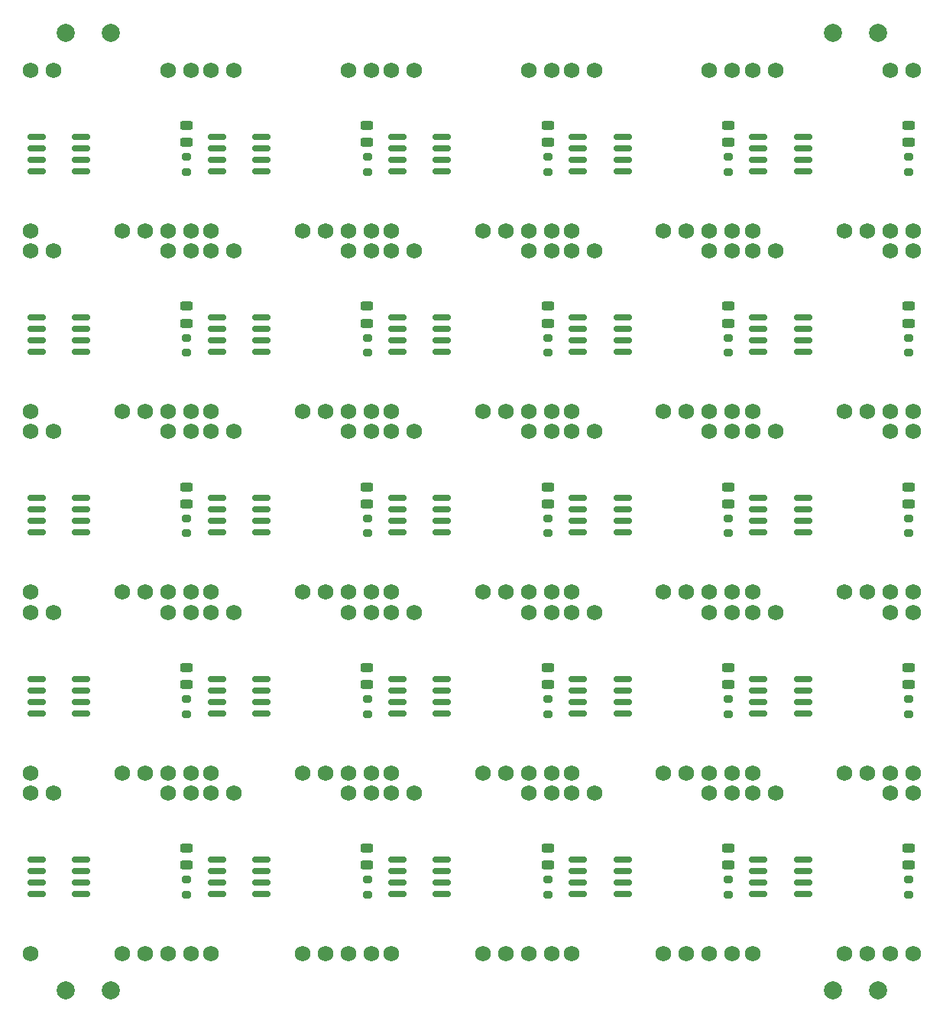
<source format=gbr>
%TF.GenerationSoftware,KiCad,Pcbnew,9.0.1*%
%TF.CreationDate,2025-08-07T10:54:26-06:00*%
%TF.ProjectId,bhc-panel,6268632d-7061-46e6-956c-2e6b69636164,rev?*%
%TF.SameCoordinates,PX5defda0PY9a7ec80*%
%TF.FileFunction,Soldermask,Top*%
%TF.FilePolarity,Negative*%
%FSLAX46Y46*%
G04 Gerber Fmt 4.6, Leading zero omitted, Abs format (unit mm)*
G04 Created by KiCad (PCBNEW 9.0.1) date 2025-08-07 10:54:26*
%MOMM*%
%LPD*%
G01*
G04 APERTURE LIST*
G04 Aperture macros list*
%AMRoundRect*
0 Rectangle with rounded corners*
0 $1 Rounding radius*
0 $2 $3 $4 $5 $6 $7 $8 $9 X,Y pos of 4 corners*
0 Add a 4 corners polygon primitive as box body*
4,1,4,$2,$3,$4,$5,$6,$7,$8,$9,$2,$3,0*
0 Add four circle primitives for the rounded corners*
1,1,$1+$1,$2,$3*
1,1,$1+$1,$4,$5*
1,1,$1+$1,$6,$7*
1,1,$1+$1,$8,$9*
0 Add four rect primitives between the rounded corners*
20,1,$1+$1,$2,$3,$4,$5,0*
20,1,$1+$1,$4,$5,$6,$7,0*
20,1,$1+$1,$6,$7,$8,$9,0*
20,1,$1+$1,$8,$9,$2,$3,0*%
G04 Aperture macros list end*
%ADD10RoundRect,0.200000X-0.275000X0.200000X-0.275000X-0.200000X0.275000X-0.200000X0.275000X0.200000X0*%
%ADD11RoundRect,0.243750X-0.456250X0.243750X-0.456250X-0.243750X0.456250X-0.243750X0.456250X0.243750X0*%
%ADD12RoundRect,0.150000X-0.825000X-0.150000X0.825000X-0.150000X0.825000X0.150000X-0.825000X0.150000X0*%
%ADD13C,1.750000*%
%ADD14C,2.000000*%
G04 APERTURE END LIST*
D10*
%TO.C,R1*%
X18445000Y16270000D03*
X18445000Y14620000D03*
%TD*%
D11*
%TO.C,D1*%
X58425000Y39760000D03*
X58425000Y37885000D03*
%TD*%
D10*
%TO.C,R1*%
X38445000Y76270000D03*
X38445000Y74620000D03*
%TD*%
D12*
%TO.C,U1*%
X21775000Y78525000D03*
X21775000Y77255000D03*
X21775000Y75985000D03*
X21775000Y74715000D03*
X26725000Y74715000D03*
X26725000Y75985000D03*
X26725000Y77255000D03*
X26725000Y78525000D03*
%TD*%
D10*
%TO.C,R1*%
X58445000Y56270000D03*
X58445000Y54620000D03*
%TD*%
%TO.C,R1*%
X18445000Y36270000D03*
X18445000Y34620000D03*
%TD*%
%TO.C,R1*%
X38445000Y96270000D03*
X38445000Y94620000D03*
%TD*%
%TO.C,R1*%
X98445000Y56270000D03*
X98445000Y54620000D03*
%TD*%
D13*
%TO.C,MB1*%
X1110000Y85890000D03*
X3650000Y85890000D03*
X16350000Y85890000D03*
X18890000Y85890000D03*
X1110000Y68110000D03*
X11270000Y68110000D03*
X13810000Y68110000D03*
X16350000Y68110000D03*
X18890000Y68110000D03*
%TD*%
D11*
%TO.C,D1*%
X18425000Y59760000D03*
X18425000Y57885000D03*
%TD*%
D10*
%TO.C,R1*%
X78445000Y96270000D03*
X78445000Y94620000D03*
%TD*%
D13*
%TO.C,MB1*%
X81110000Y65890000D03*
X83650000Y65890000D03*
X96350000Y65890000D03*
X98890000Y65890000D03*
X81110000Y48110000D03*
X91270000Y48110000D03*
X93810000Y48110000D03*
X96350000Y48110000D03*
X98890000Y48110000D03*
%TD*%
D11*
%TO.C,D1*%
X58425000Y79760000D03*
X58425000Y77885000D03*
%TD*%
%TO.C,D1*%
X98425000Y39760000D03*
X98425000Y37885000D03*
%TD*%
D10*
%TO.C,R1*%
X38445000Y16270000D03*
X38445000Y14620000D03*
%TD*%
D14*
%TO.C,KiKit_FID_T_3*%
X10000000Y4000000D03*
%TD*%
D12*
%TO.C,U1*%
X61775000Y18525000D03*
X61775000Y17255000D03*
X61775000Y15985000D03*
X61775000Y14715000D03*
X66725000Y14715000D03*
X66725000Y15985000D03*
X66725000Y17255000D03*
X66725000Y18525000D03*
%TD*%
D11*
%TO.C,D1*%
X98425000Y99760000D03*
X98425000Y97885000D03*
%TD*%
D13*
%TO.C,MB1*%
X21110000Y85890000D03*
X23650000Y85890000D03*
X36350000Y85890000D03*
X38890000Y85890000D03*
X21110000Y68110000D03*
X31270000Y68110000D03*
X33810000Y68110000D03*
X36350000Y68110000D03*
X38890000Y68110000D03*
%TD*%
D10*
%TO.C,R1*%
X98445000Y36270000D03*
X98445000Y34620000D03*
%TD*%
D12*
%TO.C,U1*%
X1775000Y58525000D03*
X1775000Y57255000D03*
X1775000Y55985000D03*
X1775000Y54715000D03*
X6725000Y54715000D03*
X6725000Y55985000D03*
X6725000Y57255000D03*
X6725000Y58525000D03*
%TD*%
%TO.C,U1*%
X41775000Y38525000D03*
X41775000Y37255000D03*
X41775000Y35985000D03*
X41775000Y34715000D03*
X46725000Y34715000D03*
X46725000Y35985000D03*
X46725000Y37255000D03*
X46725000Y38525000D03*
%TD*%
D10*
%TO.C,R1*%
X98445000Y76270000D03*
X98445000Y74620000D03*
%TD*%
D12*
%TO.C,U1*%
X81775000Y38525000D03*
X81775000Y37255000D03*
X81775000Y35985000D03*
X81775000Y34715000D03*
X86725000Y34715000D03*
X86725000Y35985000D03*
X86725000Y37255000D03*
X86725000Y38525000D03*
%TD*%
D11*
%TO.C,D1*%
X58425000Y59760000D03*
X58425000Y57885000D03*
%TD*%
D13*
%TO.C,MB1*%
X41110000Y85890000D03*
X43650000Y85890000D03*
X56350000Y85890000D03*
X58890000Y85890000D03*
X41110000Y68110000D03*
X51270000Y68110000D03*
X53810000Y68110000D03*
X56350000Y68110000D03*
X58890000Y68110000D03*
%TD*%
D10*
%TO.C,R1*%
X98445000Y96270000D03*
X98445000Y94620000D03*
%TD*%
D13*
%TO.C,MB1*%
X21110000Y65890000D03*
X23650000Y65890000D03*
X36350000Y65890000D03*
X38890000Y65890000D03*
X21110000Y48110000D03*
X31270000Y48110000D03*
X33810000Y48110000D03*
X36350000Y48110000D03*
X38890000Y48110000D03*
%TD*%
D12*
%TO.C,U1*%
X41775000Y18525000D03*
X41775000Y17255000D03*
X41775000Y15985000D03*
X41775000Y14715000D03*
X46725000Y14715000D03*
X46725000Y15985000D03*
X46725000Y17255000D03*
X46725000Y18525000D03*
%TD*%
D11*
%TO.C,D1*%
X98425000Y19760000D03*
X98425000Y17885000D03*
%TD*%
D10*
%TO.C,R1*%
X58445000Y16270000D03*
X58445000Y14620000D03*
%TD*%
%TO.C,R1*%
X78445000Y56270000D03*
X78445000Y54620000D03*
%TD*%
D14*
%TO.C,KiKit_TO_4*%
X95000000Y4000000D03*
%TD*%
D12*
%TO.C,U1*%
X81775000Y18525000D03*
X81775000Y17255000D03*
X81775000Y15985000D03*
X81775000Y14715000D03*
X86725000Y14715000D03*
X86725000Y15985000D03*
X86725000Y17255000D03*
X86725000Y18525000D03*
%TD*%
D13*
%TO.C,MB1*%
X81110000Y85890000D03*
X83650000Y85890000D03*
X96350000Y85890000D03*
X98890000Y85890000D03*
X81110000Y68110000D03*
X91270000Y68110000D03*
X93810000Y68110000D03*
X96350000Y68110000D03*
X98890000Y68110000D03*
%TD*%
D11*
%TO.C,D1*%
X78425000Y39760000D03*
X78425000Y37885000D03*
%TD*%
D14*
%TO.C,KiKit_FID_T_4*%
X90000000Y4000000D03*
%TD*%
D12*
%TO.C,U1*%
X21775000Y18525000D03*
X21775000Y17255000D03*
X21775000Y15985000D03*
X21775000Y14715000D03*
X26725000Y14715000D03*
X26725000Y15985000D03*
X26725000Y17255000D03*
X26725000Y18525000D03*
%TD*%
D13*
%TO.C,MB1*%
X61110000Y85890000D03*
X63650000Y85890000D03*
X76350000Y85890000D03*
X78890000Y85890000D03*
X61110000Y68110000D03*
X71270000Y68110000D03*
X73810000Y68110000D03*
X76350000Y68110000D03*
X78890000Y68110000D03*
%TD*%
D12*
%TO.C,U1*%
X81775000Y78525000D03*
X81775000Y77255000D03*
X81775000Y75985000D03*
X81775000Y74715000D03*
X86725000Y74715000D03*
X86725000Y75985000D03*
X86725000Y77255000D03*
X86725000Y78525000D03*
%TD*%
D13*
%TO.C,MB1*%
X41110000Y65890000D03*
X43650000Y65890000D03*
X56350000Y65890000D03*
X58890000Y65890000D03*
X41110000Y48110000D03*
X51270000Y48110000D03*
X53810000Y48110000D03*
X56350000Y48110000D03*
X58890000Y48110000D03*
%TD*%
D11*
%TO.C,D1*%
X38425000Y99760000D03*
X38425000Y97885000D03*
%TD*%
%TO.C,D1*%
X38425000Y59760000D03*
X38425000Y57885000D03*
%TD*%
%TO.C,D1*%
X78425000Y19760000D03*
X78425000Y17885000D03*
%TD*%
D10*
%TO.C,R1*%
X38445000Y36270000D03*
X38445000Y34620000D03*
%TD*%
D11*
%TO.C,D1*%
X38425000Y19760000D03*
X38425000Y17885000D03*
%TD*%
D10*
%TO.C,R1*%
X98445000Y16270000D03*
X98445000Y14620000D03*
%TD*%
D12*
%TO.C,U1*%
X1775000Y98525000D03*
X1775000Y97255000D03*
X1775000Y95985000D03*
X1775000Y94715000D03*
X6725000Y94715000D03*
X6725000Y95985000D03*
X6725000Y97255000D03*
X6725000Y98525000D03*
%TD*%
D14*
%TO.C,KiKit_FID_T_2*%
X90000000Y110000000D03*
%TD*%
D12*
%TO.C,U1*%
X81775000Y58525000D03*
X81775000Y57255000D03*
X81775000Y55985000D03*
X81775000Y54715000D03*
X86725000Y54715000D03*
X86725000Y55985000D03*
X86725000Y57255000D03*
X86725000Y58525000D03*
%TD*%
%TO.C,U1*%
X41775000Y58525000D03*
X41775000Y57255000D03*
X41775000Y55985000D03*
X41775000Y54715000D03*
X46725000Y54715000D03*
X46725000Y55985000D03*
X46725000Y57255000D03*
X46725000Y58525000D03*
%TD*%
D10*
%TO.C,R1*%
X58445000Y36270000D03*
X58445000Y34620000D03*
%TD*%
D13*
%TO.C,MB1*%
X21110000Y25890000D03*
X23650000Y25890000D03*
X36350000Y25890000D03*
X38890000Y25890000D03*
X21110000Y8110000D03*
X31270000Y8110000D03*
X33810000Y8110000D03*
X36350000Y8110000D03*
X38890000Y8110000D03*
%TD*%
D11*
%TO.C,D1*%
X58425000Y99760000D03*
X58425000Y97885000D03*
%TD*%
D12*
%TO.C,U1*%
X81775000Y98525000D03*
X81775000Y97255000D03*
X81775000Y95985000D03*
X81775000Y94715000D03*
X86725000Y94715000D03*
X86725000Y95985000D03*
X86725000Y97255000D03*
X86725000Y98525000D03*
%TD*%
D13*
%TO.C,MB1*%
X41110000Y25890000D03*
X43650000Y25890000D03*
X56350000Y25890000D03*
X58890000Y25890000D03*
X41110000Y8110000D03*
X51270000Y8110000D03*
X53810000Y8110000D03*
X56350000Y8110000D03*
X58890000Y8110000D03*
%TD*%
D12*
%TO.C,U1*%
X41775000Y78525000D03*
X41775000Y77255000D03*
X41775000Y75985000D03*
X41775000Y74715000D03*
X46725000Y74715000D03*
X46725000Y75985000D03*
X46725000Y77255000D03*
X46725000Y78525000D03*
%TD*%
D14*
%TO.C,KiKit_TO_1*%
X5000000Y110000000D03*
%TD*%
D10*
%TO.C,R1*%
X58445000Y76270000D03*
X58445000Y74620000D03*
%TD*%
D13*
%TO.C,MB1*%
X41110000Y105890000D03*
X43650000Y105890000D03*
X56350000Y105890000D03*
X58890000Y105890000D03*
X41110000Y88110000D03*
X51270000Y88110000D03*
X53810000Y88110000D03*
X56350000Y88110000D03*
X58890000Y88110000D03*
%TD*%
%TO.C,MB1*%
X81110000Y25890000D03*
X83650000Y25890000D03*
X96350000Y25890000D03*
X98890000Y25890000D03*
X81110000Y8110000D03*
X91270000Y8110000D03*
X93810000Y8110000D03*
X96350000Y8110000D03*
X98890000Y8110000D03*
%TD*%
D11*
%TO.C,D1*%
X18425000Y19760000D03*
X18425000Y17885000D03*
%TD*%
D10*
%TO.C,R1*%
X18445000Y76270000D03*
X18445000Y74620000D03*
%TD*%
%TO.C,R1*%
X78445000Y76270000D03*
X78445000Y74620000D03*
%TD*%
D13*
%TO.C,MB1*%
X21110000Y105890000D03*
X23650000Y105890000D03*
X36350000Y105890000D03*
X38890000Y105890000D03*
X21110000Y88110000D03*
X31270000Y88110000D03*
X33810000Y88110000D03*
X36350000Y88110000D03*
X38890000Y88110000D03*
%TD*%
D11*
%TO.C,D1*%
X18425000Y99760000D03*
X18425000Y97885000D03*
%TD*%
D13*
%TO.C,MB1*%
X61110000Y105890000D03*
X63650000Y105890000D03*
X76350000Y105890000D03*
X78890000Y105890000D03*
X61110000Y88110000D03*
X71270000Y88110000D03*
X73810000Y88110000D03*
X76350000Y88110000D03*
X78890000Y88110000D03*
%TD*%
D11*
%TO.C,D1*%
X18425000Y79760000D03*
X18425000Y77885000D03*
%TD*%
D12*
%TO.C,U1*%
X21775000Y38525000D03*
X21775000Y37255000D03*
X21775000Y35985000D03*
X21775000Y34715000D03*
X26725000Y34715000D03*
X26725000Y35985000D03*
X26725000Y37255000D03*
X26725000Y38525000D03*
%TD*%
%TO.C,U1*%
X41775000Y98525000D03*
X41775000Y97255000D03*
X41775000Y95985000D03*
X41775000Y94715000D03*
X46725000Y94715000D03*
X46725000Y95985000D03*
X46725000Y97255000D03*
X46725000Y98525000D03*
%TD*%
%TO.C,U1*%
X21775000Y98525000D03*
X21775000Y97255000D03*
X21775000Y95985000D03*
X21775000Y94715000D03*
X26725000Y94715000D03*
X26725000Y95985000D03*
X26725000Y97255000D03*
X26725000Y98525000D03*
%TD*%
%TO.C,U1*%
X61775000Y38525000D03*
X61775000Y37255000D03*
X61775000Y35985000D03*
X61775000Y34715000D03*
X66725000Y34715000D03*
X66725000Y35985000D03*
X66725000Y37255000D03*
X66725000Y38525000D03*
%TD*%
D13*
%TO.C,MB1*%
X21110000Y45890000D03*
X23650000Y45890000D03*
X36350000Y45890000D03*
X38890000Y45890000D03*
X21110000Y28110000D03*
X31270000Y28110000D03*
X33810000Y28110000D03*
X36350000Y28110000D03*
X38890000Y28110000D03*
%TD*%
D12*
%TO.C,U1*%
X61775000Y58525000D03*
X61775000Y57255000D03*
X61775000Y55985000D03*
X61775000Y54715000D03*
X66725000Y54715000D03*
X66725000Y55985000D03*
X66725000Y57255000D03*
X66725000Y58525000D03*
%TD*%
D10*
%TO.C,R1*%
X78445000Y16270000D03*
X78445000Y14620000D03*
%TD*%
D14*
%TO.C,KiKit_FID_T_1*%
X10000000Y110000000D03*
%TD*%
D11*
%TO.C,D1*%
X38425000Y79760000D03*
X38425000Y77885000D03*
%TD*%
%TO.C,D1*%
X78425000Y79760000D03*
X78425000Y77885000D03*
%TD*%
D13*
%TO.C,MB1*%
X41110000Y45890000D03*
X43650000Y45890000D03*
X56350000Y45890000D03*
X58890000Y45890000D03*
X41110000Y28110000D03*
X51270000Y28110000D03*
X53810000Y28110000D03*
X56350000Y28110000D03*
X58890000Y28110000D03*
%TD*%
D10*
%TO.C,R1*%
X78445000Y36270000D03*
X78445000Y34620000D03*
%TD*%
D12*
%TO.C,U1*%
X61775000Y98525000D03*
X61775000Y97255000D03*
X61775000Y95985000D03*
X61775000Y94715000D03*
X66725000Y94715000D03*
X66725000Y95985000D03*
X66725000Y97255000D03*
X66725000Y98525000D03*
%TD*%
D14*
%TO.C,KiKit_TO_3*%
X5000000Y4000000D03*
%TD*%
D10*
%TO.C,R1*%
X58445000Y96270000D03*
X58445000Y94620000D03*
%TD*%
D13*
%TO.C,MB1*%
X61110000Y45890000D03*
X63650000Y45890000D03*
X76350000Y45890000D03*
X78890000Y45890000D03*
X61110000Y28110000D03*
X71270000Y28110000D03*
X73810000Y28110000D03*
X76350000Y28110000D03*
X78890000Y28110000D03*
%TD*%
D12*
%TO.C,U1*%
X61775000Y78525000D03*
X61775000Y77255000D03*
X61775000Y75985000D03*
X61775000Y74715000D03*
X66725000Y74715000D03*
X66725000Y75985000D03*
X66725000Y77255000D03*
X66725000Y78525000D03*
%TD*%
D10*
%TO.C,R1*%
X38445000Y56270000D03*
X38445000Y54620000D03*
%TD*%
D13*
%TO.C,MB1*%
X81110000Y105890000D03*
X83650000Y105890000D03*
X96350000Y105890000D03*
X98890000Y105890000D03*
X81110000Y88110000D03*
X91270000Y88110000D03*
X93810000Y88110000D03*
X96350000Y88110000D03*
X98890000Y88110000D03*
%TD*%
D11*
%TO.C,D1*%
X78425000Y59760000D03*
X78425000Y57885000D03*
%TD*%
D13*
%TO.C,MB1*%
X1110000Y65890000D03*
X3650000Y65890000D03*
X16350000Y65890000D03*
X18890000Y65890000D03*
X1110000Y48110000D03*
X11270000Y48110000D03*
X13810000Y48110000D03*
X16350000Y48110000D03*
X18890000Y48110000D03*
%TD*%
D11*
%TO.C,D1*%
X38425000Y39760000D03*
X38425000Y37885000D03*
%TD*%
D13*
%TO.C,MB1*%
X81110000Y45890000D03*
X83650000Y45890000D03*
X96350000Y45890000D03*
X98890000Y45890000D03*
X81110000Y28110000D03*
X91270000Y28110000D03*
X93810000Y28110000D03*
X96350000Y28110000D03*
X98890000Y28110000D03*
%TD*%
D11*
%TO.C,D1*%
X98425000Y59760000D03*
X98425000Y57885000D03*
%TD*%
D10*
%TO.C,R1*%
X18445000Y56270000D03*
X18445000Y54620000D03*
%TD*%
D13*
%TO.C,MB1*%
X1110000Y45890000D03*
X3650000Y45890000D03*
X16350000Y45890000D03*
X18890000Y45890000D03*
X1110000Y28110000D03*
X11270000Y28110000D03*
X13810000Y28110000D03*
X16350000Y28110000D03*
X18890000Y28110000D03*
%TD*%
D12*
%TO.C,U1*%
X1775000Y18525000D03*
X1775000Y17255000D03*
X1775000Y15985000D03*
X1775000Y14715000D03*
X6725000Y14715000D03*
X6725000Y15985000D03*
X6725000Y17255000D03*
X6725000Y18525000D03*
%TD*%
D13*
%TO.C,MB1*%
X1110000Y25890000D03*
X3650000Y25890000D03*
X16350000Y25890000D03*
X18890000Y25890000D03*
X1110000Y8110000D03*
X11270000Y8110000D03*
X13810000Y8110000D03*
X16350000Y8110000D03*
X18890000Y8110000D03*
%TD*%
D12*
%TO.C,U1*%
X1775000Y78525000D03*
X1775000Y77255000D03*
X1775000Y75985000D03*
X1775000Y74715000D03*
X6725000Y74715000D03*
X6725000Y75985000D03*
X6725000Y77255000D03*
X6725000Y78525000D03*
%TD*%
D10*
%TO.C,R1*%
X18445000Y96270000D03*
X18445000Y94620000D03*
%TD*%
D11*
%TO.C,D1*%
X78425000Y99760000D03*
X78425000Y97885000D03*
%TD*%
D13*
%TO.C,MB1*%
X61110000Y25890000D03*
X63650000Y25890000D03*
X76350000Y25890000D03*
X78890000Y25890000D03*
X61110000Y8110000D03*
X71270000Y8110000D03*
X73810000Y8110000D03*
X76350000Y8110000D03*
X78890000Y8110000D03*
%TD*%
%TO.C,MB1*%
X1110000Y105890000D03*
X3650000Y105890000D03*
X16350000Y105890000D03*
X18890000Y105890000D03*
X1110000Y88110000D03*
X11270000Y88110000D03*
X13810000Y88110000D03*
X16350000Y88110000D03*
X18890000Y88110000D03*
%TD*%
D11*
%TO.C,D1*%
X98425000Y79760000D03*
X98425000Y77885000D03*
%TD*%
D12*
%TO.C,U1*%
X21775000Y58525000D03*
X21775000Y57255000D03*
X21775000Y55985000D03*
X21775000Y54715000D03*
X26725000Y54715000D03*
X26725000Y55985000D03*
X26725000Y57255000D03*
X26725000Y58525000D03*
%TD*%
D13*
%TO.C,MB1*%
X61110000Y65890000D03*
X63650000Y65890000D03*
X76350000Y65890000D03*
X78890000Y65890000D03*
X61110000Y48110000D03*
X71270000Y48110000D03*
X73810000Y48110000D03*
X76350000Y48110000D03*
X78890000Y48110000D03*
%TD*%
D12*
%TO.C,U1*%
X1775000Y38525000D03*
X1775000Y37255000D03*
X1775000Y35985000D03*
X1775000Y34715000D03*
X6725000Y34715000D03*
X6725000Y35985000D03*
X6725000Y37255000D03*
X6725000Y38525000D03*
%TD*%
D11*
%TO.C,D1*%
X18425000Y39760000D03*
X18425000Y37885000D03*
%TD*%
%TO.C,D1*%
X58425000Y19760000D03*
X58425000Y17885000D03*
%TD*%
D14*
%TO.C,KiKit_TO_2*%
X95000000Y110000000D03*
%TD*%
M02*

</source>
